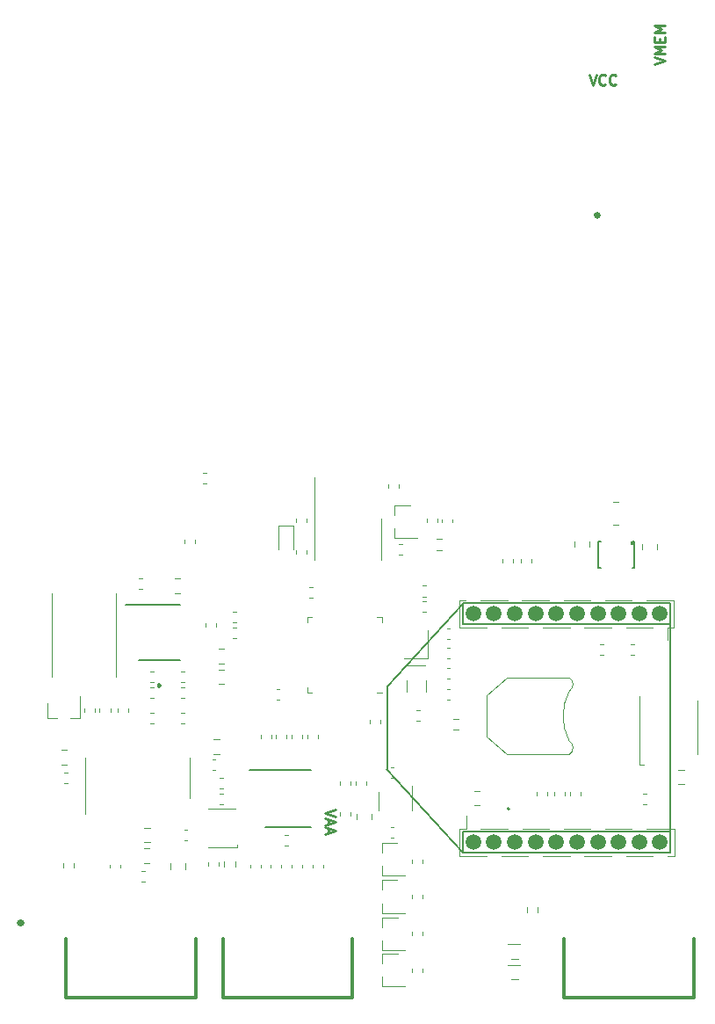
<source format=gbr>
%TF.GenerationSoftware,KiCad,Pcbnew,(6.0.0-0)*%
%TF.CreationDate,2022-01-03T00:26:05+01:00*%
%TF.ProjectId,Nestbox,4e657374-626f-4782-9e6b-696361645f70,rev?*%
%TF.SameCoordinates,Original*%
%TF.FileFunction,Legend,Top*%
%TF.FilePolarity,Positive*%
%FSLAX46Y46*%
G04 Gerber Fmt 4.6, Leading zero omitted, Abs format (unit mm)*
G04 Created by KiCad (PCBNEW (6.0.0-0)) date 2022-01-03 00:26:05*
%MOMM*%
%LPD*%
G01*
G04 APERTURE LIST*
%ADD10C,0.300000*%
%ADD11C,0.500000*%
%ADD12C,0.250000*%
%ADD13C,0.120000*%
%ADD14C,0.127000*%
%ADD15C,0.150000*%
%ADD16C,0.200000*%
%ADD17C,0.100000*%
%ADD18C,1.500000*%
G04 APERTURE END LIST*
D10*
X211788785Y-47545621D02*
X211717357Y-47617049D01*
X211645928Y-47545621D01*
X211717357Y-47474192D01*
X211788785Y-47545621D01*
X211645928Y-47545621D01*
D11*
X211775300Y-47513706D02*
X211870538Y-47608944D01*
X211775300Y-47704182D01*
X211680061Y-47608944D01*
X211775300Y-47513706D01*
X211775300Y-47704182D01*
D12*
X186547619Y-104809523D02*
X185547619Y-105142857D01*
X186547619Y-105476190D01*
X185833333Y-105761904D02*
X185833333Y-106238095D01*
X185547619Y-105666666D02*
X186547619Y-106000000D01*
X185547619Y-106333333D01*
X185833333Y-106619047D02*
X185833333Y-107095238D01*
X185547619Y-106523809D02*
X186547619Y-106857142D01*
X185547619Y-107190476D01*
D10*
X169567000Y-92816335D02*
X169638428Y-92887763D01*
X169567000Y-92959192D01*
X169495571Y-92887763D01*
X169567000Y-92816335D01*
X169567000Y-92959192D01*
D11*
X156285714Y-115750000D02*
X156190476Y-115845238D01*
X156095238Y-115750000D01*
X156190476Y-115654761D01*
X156285714Y-115750000D01*
X156095238Y-115750000D01*
D12*
X210986166Y-34038001D02*
X211319500Y-35038001D01*
X211652833Y-34038001D01*
X212557595Y-34942763D02*
X212509976Y-34990382D01*
X212367119Y-35038001D01*
X212271880Y-35038001D01*
X212129023Y-34990382D01*
X212033785Y-34895144D01*
X211986166Y-34799906D01*
X211938547Y-34609430D01*
X211938547Y-34466573D01*
X211986166Y-34276097D01*
X212033785Y-34180859D01*
X212129023Y-34085621D01*
X212271880Y-34038001D01*
X212367119Y-34038001D01*
X212509976Y-34085621D01*
X212557595Y-34133240D01*
X213557595Y-34942763D02*
X213509976Y-34990382D01*
X213367119Y-35038001D01*
X213271880Y-35038001D01*
X213129023Y-34990382D01*
X213033785Y-34895144D01*
X212986166Y-34799906D01*
X212938547Y-34609430D01*
X212938547Y-34466573D01*
X212986166Y-34276097D01*
X213033785Y-34180859D01*
X213129023Y-34085621D01*
X213271880Y-34038001D01*
X213367119Y-34038001D01*
X213509976Y-34085621D01*
X213557595Y-34133240D01*
X217271880Y-33014192D02*
X218271880Y-32680859D01*
X217271880Y-32347525D01*
X218271880Y-32014192D02*
X217271880Y-32014192D01*
X217986166Y-31680859D01*
X217271880Y-31347525D01*
X218271880Y-31347525D01*
X217748071Y-30871335D02*
X217748071Y-30538001D01*
X218271880Y-30395144D02*
X218271880Y-30871335D01*
X217271880Y-30871335D01*
X217271880Y-30395144D01*
X218271880Y-29966573D02*
X217271880Y-29966573D01*
X217986166Y-29633240D01*
X217271880Y-29299906D01*
X218271880Y-29299906D01*
D13*
X221459500Y-94285621D02*
X221459500Y-99485621D01*
X215859500Y-100485621D02*
X216259500Y-100485621D01*
X215859500Y-93885621D02*
X215859500Y-100485621D01*
X160640578Y-100495621D02*
X160123422Y-100495621D01*
X160640578Y-99075621D02*
X160123422Y-99075621D01*
X174982279Y-101045621D02*
X174656721Y-101045621D01*
X174982279Y-100025621D02*
X174656721Y-100025621D01*
X163329500Y-95122842D02*
X163329500Y-95448400D01*
X162309500Y-95122842D02*
X162309500Y-95448400D01*
X163809500Y-95122842D02*
X163809500Y-95448400D01*
X164829500Y-95122842D02*
X164829500Y-95448400D01*
X168656721Y-95525621D02*
X168982279Y-95525621D01*
X168656721Y-96545621D02*
X168982279Y-96545621D01*
X171982279Y-96545621D02*
X171656721Y-96545621D01*
X171982279Y-95525621D02*
X171656721Y-95525621D01*
X160694779Y-101275621D02*
X160369221Y-101275621D01*
X160694779Y-102295621D02*
X160369221Y-102295621D01*
X175328078Y-99495621D02*
X174810922Y-99495621D01*
X175328078Y-98075621D02*
X174810922Y-98075621D01*
X170609500Y-110027043D02*
X170609500Y-110544199D01*
X172029500Y-110027043D02*
X172029500Y-110544199D01*
X172269779Y-106775621D02*
X171944221Y-106775621D01*
X172269779Y-107795621D02*
X171944221Y-107795621D01*
X168194779Y-111795621D02*
X167869221Y-111795621D01*
X168194779Y-110775621D02*
X167869221Y-110775621D01*
X168060922Y-108575621D02*
X168578078Y-108575621D01*
X168060922Y-109995621D02*
X168578078Y-109995621D01*
X168640578Y-107995621D02*
X168123422Y-107995621D01*
X168640578Y-106575621D02*
X168123422Y-106575621D01*
X204119500Y-121185621D02*
X203519500Y-121185621D01*
X204319500Y-119785621D02*
X203119500Y-119785621D01*
X203119500Y-119785621D02*
X203119500Y-119785621D01*
X172514500Y-101785621D02*
X172514500Y-99835621D01*
X172514500Y-101785621D02*
X172514500Y-103735621D01*
X162394500Y-101785621D02*
X162394500Y-99835621D01*
X162394500Y-101785621D02*
X162394500Y-105235621D01*
X165523879Y-95448400D02*
X165523879Y-95122842D01*
X166543879Y-95448400D02*
X166543879Y-95122842D01*
X167619221Y-83545621D02*
X167944779Y-83545621D01*
X167619221Y-82525621D02*
X167944779Y-82525621D01*
X165829500Y-110448400D02*
X165829500Y-110122842D01*
X164809500Y-110448400D02*
X164809500Y-110122842D01*
X174062779Y-73410000D02*
X173737221Y-73410000D01*
X174062779Y-72390000D02*
X173737221Y-72390000D01*
X161899500Y-96045621D02*
X161899500Y-93885621D01*
X158739500Y-96045621D02*
X159669500Y-96045621D01*
X158739500Y-96045621D02*
X158739500Y-94585621D01*
X161899500Y-96045621D02*
X160969500Y-96045621D01*
D10*
X208569500Y-117285621D02*
X208569500Y-122985621D01*
X221069500Y-117285621D02*
X221069500Y-122985621D01*
X208569500Y-122985621D02*
X221069500Y-122985621D01*
D13*
X220118078Y-102395621D02*
X219600922Y-102395621D01*
X220118078Y-100975621D02*
X219600922Y-100975621D01*
X213830752Y-77395621D02*
X213308248Y-77395621D01*
X213830752Y-75175621D02*
X213308248Y-75175621D01*
X216099500Y-79222043D02*
X216099500Y-79739199D01*
X217519500Y-79222043D02*
X217519500Y-79739199D01*
D14*
X211849500Y-81535621D02*
X212079500Y-81535621D01*
X215139500Y-81535621D02*
X215369500Y-81535621D01*
X215369500Y-79285621D02*
X215369500Y-79035621D01*
X212099500Y-79035621D02*
X211869500Y-79035621D01*
X215369500Y-79185621D02*
X215119500Y-79185621D01*
X215369500Y-79035621D02*
X215139500Y-79035621D01*
X211849500Y-79035621D02*
X211849500Y-81535621D01*
X215369500Y-81535621D02*
X215369500Y-79285621D01*
X215369500Y-79085621D02*
X215119500Y-79085621D01*
X215369500Y-79285621D02*
X215119500Y-79285621D01*
X215119500Y-79035621D02*
X215119500Y-79285621D01*
D13*
X209609500Y-79027043D02*
X209609500Y-79544199D01*
X211029500Y-79027043D02*
X211029500Y-79544199D01*
X204119500Y-119185621D02*
X203519500Y-119185621D01*
X203119500Y-117785621D02*
X203119500Y-117785621D01*
X204319500Y-117785621D02*
X203119500Y-117785621D01*
X190709500Y-103150000D02*
X190709500Y-104950000D01*
X193929500Y-104950000D02*
X193929500Y-102500000D01*
X192162779Y-101810000D02*
X191837221Y-101810000D01*
X192162779Y-100790000D02*
X191837221Y-100790000D01*
X192162779Y-107510000D02*
X191837221Y-107510000D01*
X192162779Y-106490000D02*
X191837221Y-106490000D01*
X181656721Y-107275621D02*
X181982279Y-107275621D01*
X181656721Y-108295621D02*
X181982279Y-108295621D01*
X175310000Y-109937221D02*
X175310000Y-110262779D01*
X174290000Y-109937221D02*
X174290000Y-110262779D01*
X189510000Y-102448400D02*
X189510000Y-102122842D01*
X188490000Y-102448400D02*
X188490000Y-102122842D01*
X188010000Y-102122842D02*
X188010000Y-102448400D01*
X186990000Y-102122842D02*
X186990000Y-102448400D01*
X190029500Y-105794199D02*
X190029500Y-105277043D01*
X188609500Y-105794199D02*
X188609500Y-105277043D01*
X186990000Y-105448400D02*
X186990000Y-105122842D01*
X188010000Y-105448400D02*
X188010000Y-105122842D01*
X181329500Y-110122842D02*
X181329500Y-110448400D01*
X180309500Y-110122842D02*
X180309500Y-110448400D01*
X182309500Y-110122842D02*
X182309500Y-110448400D01*
X183329500Y-110122842D02*
X183329500Y-110448400D01*
X185329500Y-110122842D02*
X185329500Y-110448400D01*
X184309500Y-110122842D02*
X184309500Y-110448400D01*
X178309500Y-110122842D02*
X178309500Y-110448400D01*
X179329500Y-110122842D02*
X179329500Y-110448400D01*
X175732279Y-102795621D02*
X175406721Y-102795621D01*
X175732279Y-101775621D02*
X175406721Y-101775621D01*
X175406721Y-104295621D02*
X175732279Y-104295621D01*
X175406721Y-103275621D02*
X175732279Y-103275621D01*
D15*
X179800000Y-106510621D02*
X184200000Y-106510621D01*
X178225000Y-100985621D02*
X184200000Y-100985621D01*
D10*
X175669500Y-117235621D02*
X175669500Y-122935621D01*
X175669500Y-122935621D02*
X188169500Y-122935621D01*
X188169500Y-117235621D02*
X188169500Y-122935621D01*
D13*
X191059500Y-118365621D02*
X193219500Y-118365621D01*
X191059500Y-115205621D02*
X192519500Y-115205621D01*
X191059500Y-115205621D02*
X191059500Y-116135621D01*
X191059500Y-118365621D02*
X191059500Y-117435621D01*
X191059500Y-121865621D02*
X191059500Y-120935621D01*
X191059500Y-121865621D02*
X193219500Y-121865621D01*
X191059500Y-118705621D02*
X192519500Y-118705621D01*
X191059500Y-118705621D02*
X191059500Y-119635621D01*
X191040000Y-111620000D02*
X192500000Y-111620000D01*
X191040000Y-114780000D02*
X193200000Y-114780000D01*
X191040000Y-114780000D02*
X191040000Y-113850000D01*
X191040000Y-111620000D02*
X191040000Y-112550000D01*
X191040000Y-111180000D02*
X191040000Y-110250000D01*
X191040000Y-108020000D02*
X192500000Y-108020000D01*
X191040000Y-111180000D02*
X193200000Y-111180000D01*
X191040000Y-108020000D02*
X191040000Y-108950000D01*
X194929500Y-116948400D02*
X194929500Y-116622842D01*
X193909500Y-116948400D02*
X193909500Y-116622842D01*
X194929500Y-120122842D02*
X194929500Y-120448400D01*
X193909500Y-120122842D02*
X193909500Y-120448400D01*
X193890000Y-113362779D02*
X193890000Y-113037221D01*
X194910000Y-113362779D02*
X194910000Y-113037221D01*
X194910000Y-109637221D02*
X194910000Y-109962779D01*
X193890000Y-109637221D02*
X193890000Y-109962779D01*
D15*
X198803500Y-84984121D02*
X191501000Y-92985121D01*
X198819500Y-106971121D02*
X198819500Y-108971121D01*
X198819500Y-86971121D02*
X198819500Y-84971121D01*
X218819500Y-108971121D02*
X198819500Y-108971121D01*
X191505300Y-100971121D02*
X191505300Y-92971121D01*
X218819500Y-108971121D02*
X218819500Y-84971121D01*
X218819500Y-84971121D02*
X198819500Y-84971121D01*
X218819500Y-86971121D02*
X198819500Y-86971121D01*
X218819500Y-106971121D02*
X198819500Y-106971121D01*
X191488300Y-100948021D02*
X198803500Y-108974421D01*
D16*
X203300000Y-104752500D02*
G75*
G03*
X203300000Y-104752500I-100000J0D01*
G01*
D13*
X200433578Y-103015000D02*
X199916422Y-103015000D01*
X200433578Y-104435000D02*
X199916422Y-104435000D01*
X212012221Y-88940000D02*
X212337779Y-88940000D01*
X212012221Y-89960000D02*
X212337779Y-89960000D01*
X215312779Y-88940000D02*
X214987221Y-88940000D01*
X215312779Y-89960000D02*
X214987221Y-89960000D01*
X210185000Y-103162221D02*
X210185000Y-103487779D01*
X209165000Y-103162221D02*
X209165000Y-103487779D01*
X216482279Y-103275621D02*
X216156721Y-103275621D01*
X216482279Y-104295621D02*
X216156721Y-104295621D01*
X206985000Y-103462779D02*
X206985000Y-103137221D01*
X205965000Y-103462779D02*
X205965000Y-103137221D01*
X207590000Y-103162221D02*
X207590000Y-103487779D01*
X208610000Y-103162221D02*
X208610000Y-103487779D01*
D15*
X167569500Y-90460621D02*
X171569500Y-90460621D01*
X166294500Y-85060621D02*
X171569500Y-85060621D01*
D13*
X165419500Y-84035621D02*
X165419500Y-92035621D01*
X159219500Y-84035621D02*
X159219500Y-92035621D01*
X171023422Y-83995621D02*
X171540578Y-83995621D01*
X171023422Y-82575621D02*
X171540578Y-82575621D01*
X176944779Y-88295621D02*
X176619221Y-88295621D01*
X176944779Y-87275621D02*
X176619221Y-87275621D01*
X174022000Y-86872842D02*
X174022000Y-87198400D01*
X175042000Y-86872842D02*
X175042000Y-87198400D01*
X168982279Y-93025621D02*
X168656721Y-93025621D01*
X168982279Y-94045621D02*
X168656721Y-94045621D01*
X175310922Y-91325621D02*
X175828078Y-91325621D01*
X175310922Y-92745621D02*
X175828078Y-92745621D01*
X175310922Y-89325621D02*
X175828078Y-89325621D01*
X175310922Y-90745621D02*
X175828078Y-90745621D01*
X171656721Y-93025621D02*
X171982279Y-93025621D01*
X171656721Y-94045621D02*
X171982279Y-94045621D01*
X176944779Y-86795621D02*
X176619221Y-86795621D01*
X176944779Y-85775621D02*
X176619221Y-85775621D01*
X168656721Y-92545621D02*
X168982279Y-92545621D01*
X168656721Y-91525621D02*
X168982279Y-91525621D01*
X171982279Y-92545621D02*
X171656721Y-92545621D01*
X171982279Y-91525621D02*
X171656721Y-91525621D01*
X183986721Y-83390621D02*
X184312279Y-83390621D01*
X183986721Y-84410621D02*
X184312279Y-84410621D01*
X181015000Y-77515000D02*
X181015000Y-79800000D01*
X182485000Y-79800000D02*
X182485000Y-77515000D01*
X182485000Y-77515000D02*
X181015000Y-77515000D01*
X183809500Y-93530621D02*
X183809500Y-93055621D01*
X184284500Y-93530621D02*
X183809500Y-93530621D01*
X183809500Y-86310621D02*
X183809500Y-86785621D01*
X191029500Y-86310621D02*
X191029500Y-86785621D01*
X184284500Y-86310621D02*
X183809500Y-86310621D01*
X190554500Y-86310621D02*
X191029500Y-86310621D01*
X190554500Y-93530621D02*
X191029500Y-93530621D01*
X190919500Y-76785621D02*
X190919500Y-80785621D01*
X184519500Y-72785621D02*
X184519500Y-80785621D01*
X193169500Y-90270621D02*
X195469500Y-90270621D01*
X195469500Y-90270621D02*
X195469500Y-87570621D01*
X193369500Y-92370621D02*
X193369500Y-93470621D01*
X195219500Y-90970621D02*
X193419500Y-90970621D01*
X195269500Y-92370621D02*
X195269500Y-93470621D01*
X197256721Y-90230621D02*
X197582279Y-90230621D01*
X197256721Y-89210621D02*
X197582279Y-89210621D01*
X197256721Y-87410621D02*
X197582279Y-87410621D01*
X197256721Y-88430621D02*
X197582279Y-88430621D01*
X197582279Y-94230621D02*
X197256721Y-94230621D01*
X197582279Y-93210621D02*
X197256721Y-93210621D01*
X197582279Y-92230621D02*
X197256721Y-92230621D01*
X197582279Y-91210621D02*
X197256721Y-91210621D01*
X181162779Y-93240000D02*
X180837221Y-93240000D01*
X181162779Y-94260000D02*
X180837221Y-94260000D01*
X189809500Y-96222842D02*
X189809500Y-96548400D01*
X190829500Y-96222842D02*
X190829500Y-96548400D01*
X194356721Y-95275621D02*
X194682279Y-95275621D01*
X194356721Y-96295621D02*
X194682279Y-96295621D01*
X195282279Y-84775621D02*
X194956721Y-84775621D01*
X195282279Y-85795621D02*
X194956721Y-85795621D01*
X195282279Y-84295621D02*
X194956721Y-84295621D01*
X195282279Y-83275621D02*
X194956721Y-83275621D01*
X192982279Y-80295621D02*
X192656721Y-80295621D01*
X192982279Y-79275621D02*
X192656721Y-79275621D01*
X171990000Y-79162779D02*
X171990000Y-78837221D01*
X173010000Y-79162779D02*
X173010000Y-78837221D01*
X204390000Y-81025279D02*
X204390000Y-80699721D01*
X205410000Y-81025279D02*
X205410000Y-80699721D01*
X202640000Y-80699721D02*
X202640000Y-81025279D01*
X203660000Y-80699721D02*
X203660000Y-81025279D01*
X182740000Y-80162779D02*
X182740000Y-79837221D01*
X183760000Y-80162779D02*
X183760000Y-79837221D01*
X191609500Y-73848400D02*
X191609500Y-73522842D01*
X192629500Y-73848400D02*
X192629500Y-73522842D01*
X184829500Y-97622842D02*
X184829500Y-97948400D01*
X183809500Y-97622842D02*
X183809500Y-97948400D01*
X182740000Y-77162779D02*
X182740000Y-76837221D01*
X183760000Y-77162779D02*
X183760000Y-76837221D01*
X183329500Y-97622842D02*
X183329500Y-97948400D01*
X182309500Y-97622842D02*
X182309500Y-97948400D01*
X181819500Y-97632842D02*
X181819500Y-97958400D01*
X180799500Y-97632842D02*
X180799500Y-97958400D01*
X180329500Y-97632842D02*
X180329500Y-97958400D01*
X179309500Y-97632842D02*
X179309500Y-97958400D01*
X198469500Y-106655621D02*
X199119500Y-106655621D01*
X198469500Y-109275621D02*
X201119500Y-109275621D01*
X206539500Y-109275621D02*
X209119500Y-109275621D01*
X204539500Y-106655621D02*
X207119500Y-106655621D01*
X208539500Y-106655621D02*
X211119500Y-106655621D01*
X210539500Y-109275621D02*
X213119500Y-109275621D01*
X216539500Y-106655621D02*
X219189500Y-106655621D01*
X219189500Y-109275621D02*
X219189500Y-106655621D01*
X212539500Y-106655621D02*
X215119500Y-106655621D01*
X198469500Y-109275621D02*
X198469500Y-106655621D01*
X202539500Y-109275621D02*
X205119500Y-109275621D01*
X200539500Y-106655621D02*
X203119500Y-106655621D01*
X214539500Y-109275621D02*
X217119500Y-109275621D01*
X199119500Y-106655621D02*
X199119500Y-105425621D01*
X218539500Y-109275621D02*
X219189500Y-109275621D01*
X213109500Y-87285621D02*
X210529500Y-87285621D01*
X198459500Y-84665621D02*
X198459500Y-87285621D01*
X219179500Y-84665621D02*
X219179500Y-87285621D01*
X199109500Y-84665621D02*
X198459500Y-84665621D01*
X219179500Y-84665621D02*
X216529500Y-84665621D01*
X209109500Y-87285621D02*
X206529500Y-87285621D01*
X217109500Y-87285621D02*
X214529500Y-87285621D01*
X211109500Y-84665621D02*
X208529500Y-84665621D01*
X215109500Y-84665621D02*
X212529500Y-84665621D01*
X203109500Y-84665621D02*
X200529500Y-84665621D01*
X218529500Y-87285621D02*
X218529500Y-88515621D01*
X201109500Y-87285621D02*
X198459500Y-87285621D01*
X207109500Y-84665621D02*
X204529500Y-84665621D01*
X219179500Y-87285621D02*
X218529500Y-87285621D01*
X205109500Y-87285621D02*
X202529500Y-87285621D01*
X192259500Y-75505621D02*
X192259500Y-76435621D01*
X192259500Y-75505621D02*
X193719500Y-75505621D01*
X192259500Y-78665621D02*
X192259500Y-77735621D01*
X192259500Y-78665621D02*
X194419500Y-78665621D01*
X195309500Y-76822842D02*
X195309500Y-77148400D01*
X196329500Y-76822842D02*
X196329500Y-77148400D01*
D10*
X173069500Y-117285621D02*
X173069500Y-122985621D01*
X160569500Y-122985621D02*
X173069500Y-122985621D01*
X160569500Y-117285621D02*
X160569500Y-122985621D01*
D13*
X174269500Y-104780621D02*
X176869500Y-104780621D01*
X177054500Y-108250621D02*
X177054500Y-108450621D01*
X177054500Y-108450621D02*
X174269500Y-108450621D01*
X196312742Y-78777500D02*
X196787258Y-78777500D01*
X196312742Y-79822500D02*
X196787258Y-79822500D01*
X209075000Y-92125000D02*
X203075000Y-92125000D01*
X201075000Y-97825000D02*
X203075000Y-99525000D01*
X201075000Y-93825000D02*
X201075000Y-97825000D01*
X209075000Y-99525000D02*
X203075000Y-99525000D01*
X201075000Y-93825000D02*
X203075000Y-92125000D01*
X209075000Y-93425000D02*
G75*
G03*
X209070415Y-98216383I4499997J-2400000D01*
G01*
X209075000Y-93425000D02*
G75*
G03*
X209065673Y-92119352I-400001J650000D01*
G01*
X209075000Y-99528723D02*
G75*
G03*
X209068972Y-98217627I-400000J653723D01*
G01*
X198387258Y-97122500D02*
X197912742Y-97122500D01*
X198387258Y-96077500D02*
X197912742Y-96077500D01*
X161322500Y-109962742D02*
X161322500Y-110437258D01*
X160277500Y-109962742D02*
X160277500Y-110437258D01*
X176872500Y-110337258D02*
X176872500Y-109862742D01*
X175827500Y-110337258D02*
X175827500Y-109862742D01*
D17*
X220014500Y-92035621D02*
G75*
G03*
X220014500Y-92035621I-50000J0D01*
G01*
D13*
X204977500Y-114262742D02*
X204977500Y-114737258D01*
X206022500Y-114262742D02*
X206022500Y-114737258D01*
X197810000Y-77140580D02*
X197810000Y-76859420D01*
X196790000Y-77140580D02*
X196790000Y-76859420D01*
D18*
X199819500Y-107971121D03*
X201819500Y-107971121D03*
X203819500Y-107971121D03*
X205819500Y-107971121D03*
X207819500Y-107971121D03*
X209819500Y-107971121D03*
X211819500Y-107971121D03*
X213819500Y-107971121D03*
X215819500Y-107971121D03*
X217819500Y-107971121D03*
X217819500Y-85971121D03*
X215819500Y-85971121D03*
X213819500Y-85971121D03*
X211819500Y-85971121D03*
X209819500Y-85971121D03*
X207819500Y-85971121D03*
X205819500Y-85971121D03*
X203819500Y-85971121D03*
X201819500Y-85971121D03*
X199819500Y-85971121D03*
M02*

</source>
